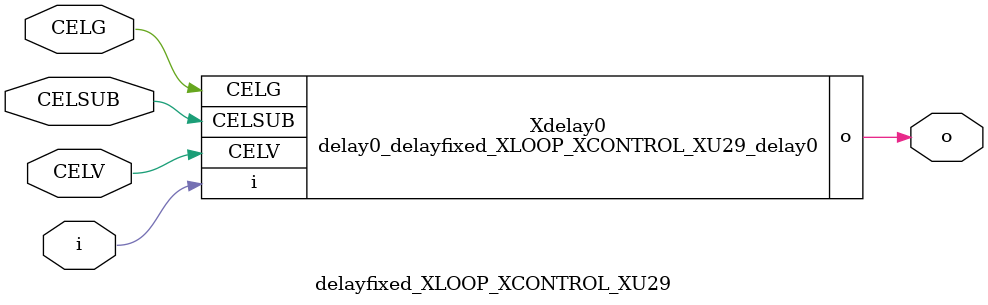
<source format=v>

module delay0_delayfixed_XLOOP_XCONTROL_XU29_delay0 (i, CELV, o,
CELG,CELSUB);
input CELV;
input i;
output o;
input CELSUB;
input CELG;
endmodule


//Celera Confidential Do Not Copy delayfixed_XLOOP_XCONTROL_XU29
//Celera Confidential Symbol Generator
//TYPE:fixed Egde:rise
module delayfixed_XLOOP_XCONTROL_XU29 (CELV,i,o,
CELG,CELSUB);
input CELV;
input i;
output o;
input CELG;
input CELSUB;

//Celera Confidential Do Not Copy delay0_delayfixed_XLOOP_XCONTROL_XU29_delay0
delay0_delayfixed_XLOOP_XCONTROL_XU29_delay0 Xdelay0(
.CELV (CELV),
.i (i),
.o (o),
.CELG (CELG),
.CELSUB (CELSUB)
);
//,diesize,delay0_delayfixed_XLOOP_XCONTROL_XU29_delay0
//Celera Confidential Do Not Copy Module End
//Celera Schematic Generator
endmodule

</source>
